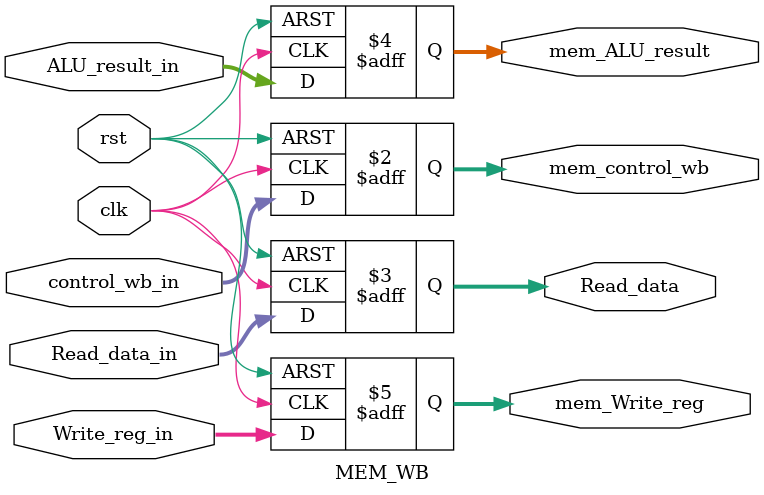
<source format=v>
module MEM_WB 
(
    input  wire        clk, rst,
    input  wire [1:0]  control_wb_in,
    input  wire [31:0] Read_data_in,
    input  wire [31:0] ALU_result_in,
    input  wire [4:0]  Write_reg_in,

    output reg  [1:0]  mem_control_wb,
    output reg  [31:0] Read_data,
    output reg  [31:0] mem_ALU_result,
    output reg  [4:0]  mem_Write_reg
); 

always @(posedge clk or posedge rst) begin
        if (rst) begin
            mem_control_wb <= 2'b00;
            Read_data      <= 32'd0;
            mem_ALU_result <= 32'd0;
            mem_Write_reg  <= 5'd0;
        end else begin
            mem_control_wb <= control_wb_in;
            Read_data      <= Read_data_in;
            mem_ALU_result <= ALU_result_in;
            mem_Write_reg  <= Write_reg_in;
        end
    end
endmodule
</source>
